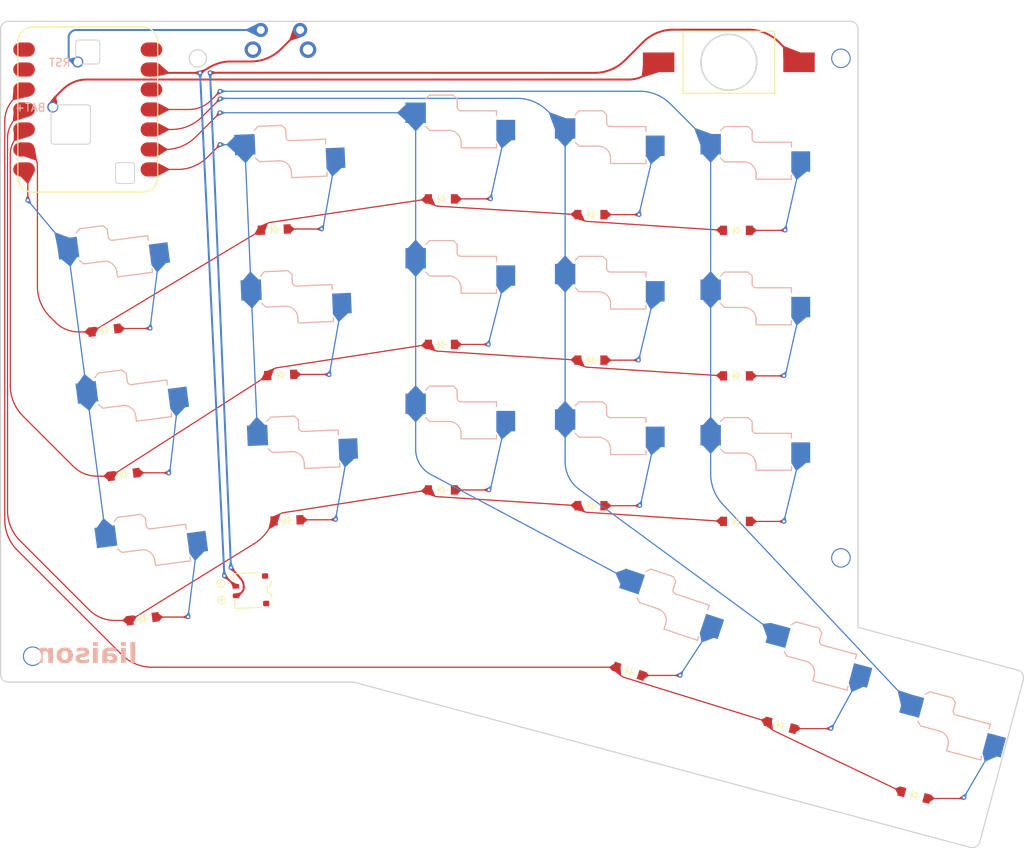
<source format=kicad_pcb>
(kicad_pcb (version 20240108) (generator "pcbnew") (generator_version "8.0")
  (title_block (title "Left") (rev "v1.0.0") (company "Unknown"))
  (layers (0 "F.Cu" signal) (31 "B.Cu" signal) (34 "B.Paste" user) (35 "F.Paste" user) (36 "B.SilkS" user "B.Silkscreen") (37 "F.SilkS" user "F.Silkscreen") (38 "B.Mask" user) (39 "F.Mask" user) (44 "Edge.Cuts" user))
  (net 0 "")
  (net 1 "D0")
  (net 2 "D1")
  (net 3 "R3")
  (net 4 "R2")
  (net 5 "R1")
  (net 6 "R0")
  (net 7 "C0")
  (net 8 "C4")
  (net 9 "C3")
  (net 10 "C2")
  (net 11 "C1")
  (net 12 "RAW3V3")
  (net 13 "RAW5V")
  (net 14 "GND")
  (net 15 "RST")
  (net 16 "BAT")
  (net 17 "pinky_bottom")
  (net 18 "pinky_home")
  (net 19 "pinky_top")
  (net 20 "ring_bottom")
  (net 21 "ring_home")
  (net 22 "ring_top")
  (net 23 "middle_bottom")
  (net 24 "middle_home")
  (net 25 "middle_top")
  (net 26 "index_bottom")
  (net 27 "index_home")
  (net 28 "index_top")
  (net 29 "inner_bottom")
  (net 30 "inner_home")
  (net 31 "inner_top")
  (net 32 "flexion_cluster")
  (net 33 "base_cluster")
  (net 34 "extension_cluster")
  (net 35 "BAT_CONN")
  (footprint "ComboDiode" (layer "F.Cu") (at 119.002453 92.447459 2.5)
    (property "Reference" "D4" (hide yes))
    (property "Value" "")
  )
  (footprint "ComboDiode" (layer "F.Cu") (at 176.134462 92.582685)
    (property "Reference" "D13" (hide yes))
    (property "Value" "")
  )
  (footprint "ComboDiode" (layer "F.Cu") (at 181.753363 118.50284 -15)
    (property "Reference" "D17" (hide yes))
    (property "Value" "")
  )
  (footprint "1:xiao_smd_xl_cutout_minimal" (layer "F.Cu") (at 93.670531 40.21654)
    (property "Reference" "MCU1" (hide yes))
    (property "Value" "" (hide yes))
    (fp_line (start -4.655408 0.101392) (end -4.655408 4.034592) (stroke (width 0.12)) (layer "Edge.Cuts"))
    (fp_line (start -4.274408 4.415592) (end -0.036608 4.415592) (stroke (width 0.12)) (layer "Edge.Cuts"))
    (fp_line (start -3.969608 -0.584408) (end -0.036608 -0.584408) (stroke (width 0.12)) (layer "Edge.Cuts"))
    (fp_line (start -1.530247 -6.470047) (end -1.530247 -8.451047) (stroke (width 0.12)) (layer "Edge.Cuts"))
    (fp_line (start -1.149247 -8.832047) (end 1.136553 -8.832047) (stroke (width 0.12)) (layer "Edge.Cuts"))
    (fp_line (start -0.844447 -5.784247) (end 1.136553 -5.784247) (stroke (width 0.12)) (layer "Edge.Cuts"))
    (fp_line (start 0.344392 -0.203408) (end 0.344392 4.034592) (stroke (width 0.12)) (layer "Edge.Cuts"))
    (fp_line (start 1.517553 -6.165247) (end 1.517553 -8.451047) (stroke (width 0.12)) (layer "Edge.Cuts"))
    (fp_line (start 3.530592 7.132409) (end 3.530592 9.037409) (stroke (width 0.12)) (layer "Edge.Cuts"))
    (fp_line (start 3.911592 6.751409) (end 5.562592 6.751409) (stroke (width 0.12)) (layer "Edge.Cuts"))
    (fp_line (start 3.911592 9.418409) (end 5.562592 9.418409) (stroke (width 0.12)) (layer "Edge.Cuts"))
    (fp_line (start 5.943592 7.132409) (end 5.943592 9.037409) (stroke (width 0.12)) (layer "Edge.Cuts"))
    (fp_arc (start -4.274408 4.415592) (mid -4.543816 4.304) (end -4.655408 4.034592) (stroke (width 0.12)) (layer "Edge.Cuts"))
    (fp_arc (start -3.969608 -0.584408) (mid -4.051799 0.019201) (end -4.655408 0.101392) (stroke (width 0.12)) (layer "Edge.Cuts"))
    (fp_arc (start -1.530247 -8.451047) (mid -1.418655 -8.720455) (end -1.149247 -8.832047) (stroke (width 0.12)) (layer "Edge.Cuts"))
    (fp_arc (start -1.530247 -6.470047) (mid -0.926638 -6.387856) (end -0.844447 -5.784247) (stroke (width 0.12)) (layer "Edge.Cuts"))
    (fp_arc (start -0.036608 -0.584408) (mid 0.2328 -0.472816) (end 0.344392 -0.203408) (stroke (width 0.12)) (layer "Edge.Cuts"))
    (fp_arc (start 0.344392 4.034592) (mid 0.2328 4.304) (end -0.036608 4.415592) (stroke (width 0.12)) (layer "Edge.Cuts"))
    (fp_arc (start 1.136553 -8.832047) (mid 1.405961 -8.720454) (end 1.517553 -8.451047) (stroke (width 0.12)) (layer "Edge.Cuts"))
    (fp_arc (start 1.517553 -6.165247) (mid 1.40596 -5.89584) (end 1.136553 -5.784247) (stroke (width 0.12)) (layer "Edge.Cuts"))
    (fp_arc (start 3.530592 7.132409) (mid 3.642181 6.862993) (end 3.911592 6.751409) (stroke (width 0.12)) (layer "Edge.Cuts"))
    (fp_arc (start 3.911592 9.418409) (mid 3.642186 9.306814) (end 3.530592 9.037409) (stroke (width 0.12)) (layer "Edge.Cuts"))
    (fp_arc (start 5.562592 6.751409) (mid 5.832002 6.862999) (end 5.943592 7.132409) (stroke (width 0.12)) (layer "Edge.Cuts"))
    (fp_arc (start 5.943592 9.037409) (mid 5.831996 9.306808) (end 5.562592 9.418409) (stroke (width 0.12)) (layer "Edge.Cuts"))
  )
  (footprint "ComboDiode" (layer "F.Cu") (at 95.823162 68.273765 7.5)
    (property "Reference" "D3" (hide yes))
    (property "Value" "")
  )
  (footprint "mounting_hole" (layer "F.Cu") (at 189.420531 33.71654)
    (property "Reference" "H1" (hide yes))
    (property "Value" "")
  )
  (footprint "ComboDiode" (layer "F.Cu") (at 157.634462 90.582685)
    (property "Reference" "D10" (hide yes))
    (property "Value" "")
  )
  (footprint "ComboDiode" (layer "F.Cu") (at 100.652631 104.957224 7.5)
    (property "Reference" "D1" (hide yes))
    (property "Value" "")
  )
  (footprint "ComboDiode" (layer "F.Cu") (at 98.237896 86.615494 7.5)
    (property "Reference" "D2" (hide yes))
    (property "Value" "")
  )
  (footprint "ComboDiode" (layer "F.Cu") (at 138.634462 51.582685)
    (property "Reference" "D9" (hide yes))
    (property "Value" "")
  )
  (footprint "ComboDiode" (layer "F.Cu") (at 117.388535 55.482674 2.5)
    (property "Reference" "D6" (hide yes))
    (property "Value" "")
  )
  (footprint "ComboDiode" (layer "F.Cu") (at 176.134462 55.582685)
    (property "Reference" "D15" (hide yes))
    (property "Value" "")
  )
  (footprint "mounting_hole" (layer "F.Cu") (at 86.670531 109.71654)
    (property "Reference" "H2" (hide yes))
    (property "Value" "")
  )
  (footprint "ComboDiode" (layer "F.Cu") (at 138.634462 88.582685)
    (property "Reference" "D7" (hide yes))
    (property "Value" "")
  )
  (footprint "ComboDiode" (layer "F.Cu") (at 138.634462 70.082685)
    (property "Reference" "D8" (hide yes))
    (property "Value" "")
  )
  (footprint "icon_bat" (layer "F.Cu") (at 110.640138 101.517851 92.5)
    (property "Reference" "ICON1" (hide yes))
    (property "Value" "")
  )
  (footprint "1208YD" (layer "F.Cu") (at 175.170531 34.21654)
    (property "Reference" "SW1" (hide yes))
    (property "Value" "")
    (fp_circle (center 0 0) (end 3.55 0) (stroke (width 0.2)) (fill none) (layer "Edge.Cuts"))
  )
  (footprint "ComboDiode" (layer "F.Cu") (at 157.634462 72.082685)
    (property "Reference" "D11" (hide yes))
    (property "Value" "")
  )
  (footprint "conn_molex_pico_ezmate_1x02" (layer "F.Cu") (at 114.386569 101.354278 92.5)
    (property "Reference" "CONN1" (hide yes))
    (property "Value" "")
  )
  (footprint "ComboDiode" (layer "F.Cu") (at 162.490785 111.64179 -18.5)
    (property "Reference" "D16" (hide yes))
    (property "Value" "")
  )
  (footprint "SKHLLCA010" (layer "F.Cu") (at 118.170531 31.35854)
    (property "Reference" "S19" (hide yes))
    (property "Value" "SKHLLCA010")
  )
  (footprint "mounting_hole" (layer "F.Cu") (at 189.420531 97.21654)
    (property "Reference" "H3" (hide yes))
    (property "Value" "")
  )
  (footprint "ComboDiode" (layer "F.Cu") (at 198.750659 127.378164 -15)
    (property "Reference" "D18" (hide yes))
    (property "Value" "")
  )
  (footprint "ComboDiode" (layer "F.Cu") (at 157.634462 53.582685)
    (property "Reference" "D12" (hide yes))
    (property "Value" "")
  )
  (footprint "ComboDiode" (layer "F.Cu") (at 176.134462 74.082685)
    (property "Reference" "D14" (hide yes))
    (property "Value" "")
  )
  (footprint "ComboDiode" (layer "F.Cu") (at 118.195494 73.965066 2.5)
    (property "Reference" "D5" (hide yes))
    (property "Value" "")
  )
  (footprint "ceoloide:switch_choc_v1_v2" (layer "B.Cu") (at 138.634462 83.582685)
    (property "Reference" "S7" (hide yes))
    (property "Value" "")
  )
  (footprint "ceoloide:switch_choc_v1_v2" (layer "B.Cu") (at 118.784356 87.452217 2.5)
    (property "Reference" "S4" (hide yes))
    (property "Value" "")
  )
  (footprint "ceoloide:switch_choc_v1_v2" (layer "B.Cu") (at 95.170531 63.31654 7.5)
    (property "Reference" "S3" (hide yes))
    (property "Value" "")
  )
  (footprint "ceoloide:switch_choc_v1_v2" (layer "B.Cu") (at 138.634462 65.082685)
    (property "Reference" "S8" (hide yes))
    (property "Value" "")
  )
  (footprint "ceoloide:switch_choc_v1_v2" (layer "B.Cu") (at 138.634462 46.582685)
    (property "Reference" "S9" (hide yes))
    (property "Value" "")
  )
  (footprint "ceoloide:switch_choc_v1_v2" (layer "B.Cu") (at 157.634462 85.582685)
    (property "Reference" "S10" (hide yes))
    (property "Value" "")
  )
  (footprint "ceoloide:switch_choc_v1_v2" (layer "B.Cu") (at 97.585265 81.65827 7.5)
    (property "Reference" "S2" (hide yes))
    (property "Value" "")
  )
  (footprint "ceoloide:switch_choc_v1_v2" (layer "B.Cu") (at 176.134462 50.582685)
    (property "Reference" "S15" (hide yes))
    (property "Value" "")
  )
  (footprint "ceoloide:switch_choc_v1_v2" (layer "B.Cu") (at 164.077308 106.900172 -18.5)
    (property "Reference" "S16" (hide yes))
    (property "Value" "")
  )
  (footprint "ceoloide:switch_choc_v1_v2" (layer "B.Cu") (at 157.634462 67.082685)
    (property "Reference" "S11" (hide yes))
    (property "Value" "")
  )
  (footprint "ceoloide:switch_choc_v1_v2" (layer "B.Cu") (at 200.044754 122.548534 -15)
    (property "Reference" "S18" (hide yes))
    (property "Value" "")
  )
  (footprint "ceoloide:switch_choc_v1_v2" (layer "B.Cu") (at 157.634462 48.582685)
    (property "Reference" "S12" (hide yes))
    (property "Value" "")
  )
  (footprint "ceoloide:switch_choc_v1_v2" (layer "B.Cu") (at 176.134462 69.082685)
    (property "Reference" "S14" (hide yes))
    (property "Value" "")
  )
  (footprint "ceoloide:switch_choc_v1_v2" (layer "B.Cu") (at 183.047458 113.673211 -15)
    (property "Reference" "S17" (hide yes))
    (property "Value" "")
  )
  (footprint "ceoloide:switch_choc_v1_v2" (layer "B.Cu") (at 176.134462 87.582685)
    (property "Reference" "S13" (hide yes))
    (property "Value" "")
  )
  (footprint "ceoloide:switch_choc_v1_v2" (layer "B.Cu") (at 117.170438 50.487433 2.5)
    (property "Reference" "S6" (hide yes))
    (property "Value" "")
  )
  (footprint "ceoloide:switch_choc_v1_v2" (layer "B.Cu") (at 100 100 7.5)
    (property "Reference" "S1" (hide yes))
    (property "Value" "")
  )
  (footprint "ceoloide:switch_choc_v1_v2" (layer "B.Cu") (at 117.977397 68.969825 2.5)
    (property "Reference" "S5" (hide yes))
    (property "Value" "")
  )
  (gr_line (start 127.44412 113.00854) (end 205.849729 134.01726) (stroke (width 0.15)) (layer "Edge.Cuts"))
  (gr_circle (center 107.670531 33.71654) (end 108.770531 33.71654) (stroke (width 0.15)) (fill none) (layer "Edge.Cuts"))
  (gr_arc (start 211.886601 111.487349) (mid 212.493807 111.953275) (end 212.593708 112.712094) (stroke (width 0.15)) (layer "Edge.Cuts"))
  (gr_line (start 190.593031 29.00854) (end 83.593031 29.00854) (stroke (width 0.15)) (layer "Edge.Cuts"))
  (gr_line (start 82.593031 30.00854) (end 82.593031 112.00854) (stroke (width 0.15)) (layer "Edge.Cuts"))
  (gr_line (start 207.074474 133.310153) (end 212.593708 112.712094) (stroke (width 0.15)) (layer "Edge.Cuts"))
  (gr_arc (start 83.593031 113.00854) (mid 82.885924 112.715647) (end 82.593031 112.00854) (stroke (width 0.15)) (layer "Edge.Cuts"))
  (gr_arc (start 207.074474 133.310153) (mid 206.608543 133.917365) (end 205.849729 134.01726) (stroke (width 0.15)) (layer "Edge.Cuts"))
  (gr_line (start 191.593031 106.049703) (end 211.886601 111.487349) (stroke (width 0.15)) (layer "Edge.Cuts"))
  (gr_arc (start 190.593031 29.00854) (mid 191.300104 29.301447) (end 191.593031 30.00854) (stroke (width 0.15)) (layer "Edge.Cuts"))
  (gr_line (start 191.593031 106.049703) (end 191.593031 30.00854) (stroke (width 0.15)) (layer "Edge.Cuts"))
  (gr_line (start 83.593031 113.00854) (end 127.44412 113.00854) (stroke (width 0.15)) (layer "Edge.Cuts"))
  (gr_arc (start 82.593031 30.00854) (mid 82.885912 29.301418) (end 83.593031 29.00854) (stroke (width 0.15)) (layer "Edge.Cuts"))
  (gr_text "liaison" (at 100 111 0) (layer "B.SilkS") (effects (font (size 2.5 2.5) (thickness 0.3) (bold yes)) (justify left bottom mirror)))
  (segment (start 160.926051 111.118237) (end 101.8472 111.118237) (width 0.15) (layer "F.Cu") (net 3))
  (segment (start 85.761995 37.67654) (end 86.050531 37.67654) (width 0.15) (layer "F.Cu") (net 3))
  (segment (start 84.718792 96.243792) (end 97.999444 109.524444) (width 0.15) (layer "F.Cu") (net 3))
  (segment (start 181.037022 119.268878) (end 197.156881 126.951113) (width 0.15) (layer "F.Cu") (net 3))
  (segment (start 161.838005 112.408057) (end 180.159585 118.075789) (width 0.15) (layer "F.Cu") (net 3))
  (segment (start 85.269434 37.880565) (end 84.29923 38.85077) (width 0.15) (layer "F.Cu") (net 3))
  (segment (start 83.125 92.396036) (end 83.125 41.685611) (width 0.15) (layer "F.Cu") (net 3))
  (segment (start 180.361663 118.559558) (end 180.159585 118.075789) (width 0.15) (layer "F.Cu") (net 3))
  (segment (start 161.10233 111.676623) (end 160.926051 111.118237) (width 0.15) (layer "F.Cu") (net 3))
  (arc (start 180.361663 118.559558) (mid 180.633854 118.976571) (end 181.037022 119.268878) (width 0.15) (layer "F.Cu") (net 3))
  (arc (start 97.999444 109.524444) (mid 99.764809 110.704023) (end 101.8472 111.118237) (width 0.15) (layer "F.Cu") (net 3))
  (arc (start 85.761995 37.67654) (mid 85.495423 37.729564) (end 85.269434 37.880565) (width 0.15) (layer "F.Cu") (net 3))
  (arc (start 161.10233 111.676623) (mid 161.380186 112.132843) (end 161.838005 112.408057) (width 0.15) (layer "F.Cu") (net 3))
  (arc (start 83.125 92.396036) (mid 83.539213 94.478426) (end 84.718792 96.243792) (width 0.15) (layer "F.Cu") (net 3))
  (arc (start 84.29923 38.85077) (mid 83.430172 40.151406) (end 83.125 41.685611) (width 0.15) (layer "F.Cu") (net 3))
  (segment (start 114.806628 95.428) (end 99.016747 105.172592) (width 0.15) (layer "F.Cu") (net 4))
  (segment (start 155.47082 90.549776) (end 138.08703 89.436001) (width 0.15) (layer "F.Cu") (net 4))
  (segment (start 83.475 91.196036) (end 83.475 43.901261) (width 0.15) (layer "F.Cu") (net 4))
  (segment (start 85.068792 95.043792) (end 93.847316 103.822316) (width 0.15) (layer "F.Cu") (net 4))
  (segment (start 118.577733 91.468142) (end 136.48328 88.66125) (width 0.15) (layer "F.Cu") (net 4))
  (segment (start 157.136302 91.424575) (end 174.484462 92.582685) (width 0.15) (layer "F.Cu") (net 4))
  (segment (start 84.554229 41.295769) (end 85.486003 40.363996) (width 0.15) (layer "F.Cu") (net 4))
  (segment (start 85.841995 40.21654) (end 86.050531 40.21654) (width 0.15) (layer "F.Cu") (net 4))
  (segment (start 117.354023 92.519431) (end 116.641037 93.627677) (width 0.15) (layer "F.Cu") (net 4))
  (segment (start 117.6792 92.038727) (end 117.354023 92.519431) (width 0.15) (layer "F.Cu") (net 4))
  (segment (start 97.107169 105.172592) (end 99.016747 105.172592) (width 0.15) (layer "F.Cu") (net 4))
  (arc (start 156.303606 90.986488) (mid 156.673535 91.293763) (end 157.136302 91.424575) (width 0.15) (layer "F.Cu") (net 4))
  (arc (start 116.641037 93.627677) (mid 115.82466 94.630575) (end 114.806628 95.428) (width 0.15) (layer "F.Cu") (net 4))
  (arc (start 83.475 91.196036) (mid 83.889213 93.278426) (end 85.068792 95.043792) (width 0.15) (layer "F.Cu") (net 4))
  (arc (start 85.841995 40.21654) (mid 85.649333 40.254862) (end 85.486003 40.363996) (width 0.15) (layer "F.Cu") (net 4))
  (arc (start 155.47082 90.549776) (mid 155.933639 90.6796) (end 156.303606 90.986488) (width 0.15) (layer "F.Cu") (net 4))
  (arc (start 93.847316 103.822316) (mid 95.342949 104.821666) (end 97.107169 105.172592) (width 0.15) (layer "F.Cu") (net 4))
  (arc (start 84.554229 41.295769) (mid 83.755482 42.491179) (end 83.475 43.901261) (width 0.15) (layer "F.Cu") (net 4))
  (arc (start 118.577733 91.468142) (mid 118.069107 91.659958) (end 117.6792 92.038727) (width 0.15) (layer "F.Cu") (net 4))
  (arc (start 137.282614 88.993125) (mid 137.635387 89.304354) (end 138.08703 89.436001) (width 0.15) (layer "F.Cu") (net 4))
  (arc (start 137.282614 88.993125) (mid 136.929678 88.714632) (end 136.48328 88.66125) (width 0.15) (layer "F.Cu") (net 4))
  (segment (start 117.708291 73.052853) (end 136.984462 70.082685) (width 0.15) (layer "F.Cu") (net 5))
  (segment (start 155.449524 72.048381) (end 138.13219 70.937899) (width 0.15) (layer "F.Cu") (net 5))
  (segment (start 116.857375 73.586595) (end 116.547064 74.037038) (width 0.15) (layer "F.Cu") (net 5))
  (segment (start 94.841437 86.830862) (end 96.602012 86.830862) (width 0.15) (layer "F.Cu") (net 5))
  (segment (start 85.533377 42.891622) (end 84.74673 43.67827) (width 0.15) (layer "F.Cu") (net 5))
  (segment (start 83.825 45.903523) (end 83.825 75.321036) (width 0.15) (layer "F.Cu") (net 5))
  (segment (start 96.602012 86.830862) (end 116.547064 74.037038) (width 0.15) (layer "F.Cu") (net 5))
  (segment (start 91.835947 85.585947) (end 85.418792 79.168792) (width 0.15) (layer "F.Cu") (net 5))
  (segment (start 137.299821 70.493715) (end 136.984462 70.082685) (width 0.15) (layer "F.Cu") (net 5))
  (segment (start 85.859495 42.75654) (end 86.050531 42.75654) (width 0.15) (layer "F.Cu") (net 5))
  (segment (start 157.159692 72.976704) (end 174.484462 74.082685) (width 0.15) (layer "F.Cu") (net 5))
  (arc (start 84.74673 43.67827) (mid 84.064549 44.699224) (end 83.825 45.903523) (width 0.15) (layer "F.Cu") (net 5))
  (arc (start 91.835947 85.585947) (mid 93.214877 86.507319) (end 94.841437 86.830862) (width 0.15) (layer "F.Cu") (net 5))
  (arc (start 83.825 75.321036) (mid 84.239213 77.403426) (end 85.418792 79.168792) (width 0.15) (layer "F.Cu") (net 5))
  (arc (start 117.708291 73.052853) (mid 117.227715 73.231853) (end 116.857375 73.586595) (width 0.15) (layer "F.Cu") (net 5))
  (arc (start 156.304603 72.51262) (mid 156.68105 72.83881) (end 157.159692 72.976704) (width 0.15) (layer "F.Cu") (net 5))
  (arc (start 85.859495 42.75654) (mid 85.683001 42.791646) (end 85.533377 42.891622) (width 0.15) (layer "F.Cu") (net 5))
  (arc (start 155.449524 72.048381) (mid 155.92816 72.186385) (end 156.304603 72.51262) (width 0.15) (layer "F.Cu") (net 5))
  (arc (start 137.299821 70.493715) (mid 137.667953 70.805854) (end 138.13219 70.937899) (width 0.15) (layer "F.Cu") (net 5))
  (segment (start 157.12607 54.440308) (end 174.484462 55.582685) (width 0.15) (layer "F.Cu") (net 6))
  (segment (start 155.468244 53.551679) (end 138.273211 52.518885) (width 0.15) (layer "F.Cu") (net 6))
  (segment (start 92.488205 68.489133) (end 94.187278 68.489133) (width 0.15) (layer "F.Cu") (net 6))
  (segment (start 89.587707 67.287707) (end 88.868792 66.568792) (width 0.15) (layer "F.Cu") (net 6))
  (segment (start 87.275 62.721036) (end 87.275 47.386839) (width 0.15) (layer "F.Cu") (net 6))
  (segment (start 116.900437 54.563809) (end 136.415447 51.667145) (width 0.15) (layer "F.Cu") (net 6))
  (segment (start 86.662765 45.908774) (end 86.050531 45.29654) (width 0.15) (layer "F.Cu") (net 6))
  (segment (start 115.268792 55.837494) (end 94.187278 68.489133) (width 0.15) (layer "F.Cu") (net 6))
  (arc (start 86.662765 45.908774) (mid 87.115885 46.586916) (end 87.275 47.386839) (width 0.15) (layer "F.Cu") (net 6))
  (arc (start 116.900437 54.563809) (mid 116.418169 54.742232) (end 116.048414 55.09958) (width 0.15) (layer "F.Cu") (net 6))
  (arc (start 87.275 62.721036) (mid 87.689213 64.803426) (end 88.868792 66.568792) (width 0.15) (layer "F.Cu") (net 6))
  (arc (start 89.587707 67.287707) (mid 90.918466 68.176892) (end 92.488205 68.489133) (width 0.15) (layer "F.Cu") (net 6))
  (arc (start 116.048414 55.09958) (mid 115.698868 55.511078) (end 115.268792 55.837494) (width 0.15) (layer "F.Cu") (net 6))
  (arc (start 156.29725 53.994516) (mid 156.663246 54.307423) (end 157.12607 54.440308) (width 0.15) (layer "F.Cu") (net 6))
  (arc (start 137.34173 52.03354) (mid 137.755702 52.375567) (end 138.273211 52.518885) (width 0.15) (layer "F.Cu") (net 6))
  (arc (start 155.468244 53.551679) (mid 155.931171 53.682445) (end 156.29725 53.994516) (width 0.15) (layer "F.Cu") (net 6))
  (arc (start 137.34173 52.03354) (mid 136.927718 51.726138) (end 136.415447 51.667145) (width 0.15) (layer "F.Cu") (net 6))
  (segment (start 86.050531 51.760531) (end 86.050531 47.83654) (width 0.15) (layer "F.Cu") (net 7))
  (via (at 86.050531 51.760531) (size 0.6) (drill 0.3) (layers "F.Cu" "B.Cu") (net 7))
  (segment (start 93.561652 76.186646) (end 91.146918 57.844916) (width 0.15) (layer "B.Cu") (net 7))
  (segment (start 93.561652 76.186646) (end 95.976387 94.528376) (width 0.15) (layer "B.Cu") (net 7))
  (segment (start 86.050531 51.760531) (end 91.146918 57.844916) (width 0.15) (layer "B.Cu") (net 7))
  (segment (start 106.545418 40.21654) (end 101.290531 40.21654) (width 0.15) (layer "F.Cu") (net 8))
  (segment (start 110.5 37.9) (end 109.34173 39.05827) (width 0.15) (layer "F.Cu") (net 8))
  (via (at 110.5 37.9) (size 0.6) (drill 0.3) (layers "F.Cu" "B.Cu") (net 8))
  (arc (start 109.34173 39.05827) (mid 108.058771 39.915515) (end 106.545418 40.21654) (width 0.15) (layer "F.Cu") (net 8))
  (segment (start 167.720569 39.493792) (end 172.859462 44.632685) (width 0.15) (layer "B.Cu") (net 8))
  (segment (start 172.859462 63.132685) (end 172.859462 81.632685) (width 0.15) (layer "B.Cu") (net 8))
  (segment (start 174.408272 90.421152) (end 198.42132 115.953643) (width 0.15) (layer "B.Cu") (net 8))
  (segment (start 172.859462 63.132685) (end 172.859462 44.632685) (width 0.15) (layer "B.Cu") (net 8))
  (segment (start 172.859462 81.632685) (end 172.859462 86.513631) (width 0.15) (layer "B.Cu") (net 8))
  (segment (start 110.5 37.9) (end 163.872813 37.9) (width 0.15) (layer "B.Cu") (net 8))
  (arc (start 167.720569 39.493792) (mid 165.955203 38.314213) (end 163.872813 37.9) (width 0.15) (layer "B.Cu") (net 8))
  (arc (start 172.859462 86.513631) (mid 173.260783 88.615269) (end 174.408272 90.421152) (width 0.15) (layer "B.Cu") (net 8))
  (segment (start 108.187252 41.162747) (end 110.5 38.85) (width 0.15) (layer "F.Cu") (net 9))
  (segment (start 104.339496 42.75654) (end 101.290531 42.75654) (width 0.15) (layer "F.Cu") (net 9))
  (via (at 110.5 38.85) (size 0.6) (drill 0.3) (layers "F.Cu" "B.Cu") (net 9))
  (arc (start 108.187252 41.162747) (mid 106.421886 42.342326) (end 104.339496 42.75654) (width 0.15) (layer "F.Cu") (net 9))
  (segment (start 110.579064 38.803685) (end 148.276498 38.803685) (width 0.15) (layer "B.Cu") (net 9))
  (segment (start 154.359462 79.632685) (end 154.359462 84.982663) (width 0.15) (layer "B.Cu") (net 9))
  (segment (start 156.146129 88.511791) (end 181.424024 107.07832) (width 0.15) (layer "B.Cu") (net 9))
  (segment (start 152.124254 40.397477) (end 154.359462 42.632685) (width 0.15) (layer "B.Cu") (net 9))
  (segment (start 154.359462 79.632685) (end 154.359462 61.132685) (width 0.15) (layer "B.Cu") (net 9))
  (segment (start 110.523157 38.826842) (end 110.5 38.85) (width 0.15) (layer "B.Cu") (net 9))
  (segment (start 154.359462 42.632685) (end 154.359462 61.132685) (width 0.15) (layer "B.Cu") (net 9))
  (arc (start 110.579064 38.803685) (mid 110.548807 38.809703) (end 110.523157 38.826842) (width 0.15) (layer "B.Cu") (net 9))
  (arc (start 152.124254 40.397477) (mid 150.358888 39.217898) (end 148.276498 38.803685) (width 0.15) (layer "B.Cu") (net 9))
  (arc (start 154.359462 84.982663) (mid 154.83158 86.960473) (end 156.146129 88.511791) (width 0.15) (layer "B.Cu") (net 9))
  (segment (start 110.475 40.625) (end 107.397252 43.702747) (width 0.15) (layer "F.Cu") (net 10))
  (segment (start 103.549496 45.29654) (end 101.290531 45.29654) (width 0.15) (layer "F.Cu") (net 10))
  (via (at 110.475 40.625) (size 0.6) (drill 0.3) (layers "F.Cu" "B.Cu") (net 10))
  (arc (start 107.397252 43.702747) (mid 105.631886 44.882326) (end 103.549496 45.29654) (width 0.15) (layer "F.Cu") (net 10))
  (segment (start 135.359462 77.632685) (end 135.359462 83.415181) (width 0.15) (layer "B.Cu") (net 10))
  (segment (start 135.359462 77.632685) (end 135.359462 59.132685) (width 0.15) (layer "B.Cu") (net 10))
  (segment (start 110.475 40.625) (end 110.478842 40.628842) (width 0.15) (layer "B.Cu") (net 10))
  (segment (start 137.280468 86.612827) (end 162.859511 100.218474) (width 0.15) (layer "B.Cu") (net 10))
  (segment (start 135.359462 40.632685) (end 135.359462 59.132685) (width 0.15) (layer "B.Cu") (net 10))
  (segment (start 110.488119 40.632685) (end 135.359462 40.632685) (width 0.15) (layer "B.Cu") (net 10))
  (arc (start 135.359462 83.415181) (mid 135.876638 85.280335) (end 137.280468 86.612827) (width 0.15) (layer "B.Cu") (net 10))
  (arc (start 110.478842 40.628842) (mid 110.483098 40.631686) (end 110.488119 40.632685) (width 0.15) (layer "B.Cu") (net 10))
  (segment (start 105.102913 47.83654) (end 101.290531 47.83654) (width 0.15) (layer "F.Cu") (net 11))
  (segment (start 110.5 44.675) (end 108.91923 46.25577) (width 0.15) (layer "F.Cu") (net 11))
  (via (at 110.5 44.675) (size 0.6) (drill 0.3) (layers "F.Cu" "B.Cu") (net 11))
  (arc (start 108.91923 46.25577) (mid 107.168289 47.425711) (end 105.102913 47.83654) (width 0.15) (layer "F.Cu") (net 11))
  (segment (start 114.445979 63.168342) (end 113.63902 44.68595) (width 0.15) (layer "B.Cu") (net 11))
  (segment (start 110.518692 44.68595) (end 113.63902 44.68595) (width 0.15) (layer "B.Cu") (net 11))
  (segment (start 110.5 44.675) (end 110.505475 44.680475) (width 0.15) (layer "B.Cu") (net 11))
  (segment (start 114.445979 63.168342) (end 115.252938 81.650734) (width 0.15) (layer "B.Cu") (net 11))
  (arc (start 110.505475 44.680475) (mid 110.511539 44.684527) (end 110.518692 44.68595) (width 0.15) (layer "B.Cu") (net 11))
  (segment (start 109.181422 34.837267) (end 107.95 35.56) (width 0.25) (layer "F.Cu") (net 14))
  (segment (start 114.410571 34.114535) (end 111.84069 34.114535) (width 0.25) (layer "F.Cu") (net 14))
  (segment (start 101.502261 35.34827) (end 101.290531 35.13654) (width 0.25) (layer "F.Cu") (net 14))
  (segment (start 118.258328 32.520742) (end 120.670531 30.10854) (width 0.25) (layer "F.Cu") (net 14))
  (segment (start 102.013422 35.56) (end 107.95 35.56) (width 0.25) (layer "F.Cu") (net 14))
  (segment (start 111.036924 99.493214) (end 112.487182 100.836635) (width 0.25) (layer "F.Cu") (net 14))
  (via (at 111.036924 99.493214) (size 0.6) (drill 0.3) (layers "F.Cu" "B.Cu") (net 14))
  (via (at 107.95 35.56) (size 0.6) (drill 0.3) (layers "F.Cu" "B.Cu") (net 14))
  (arc (start 111.84069 34.114535) (mid 110.462825 34.298436) (end 109.181422 34.837267) (width 0.25) (layer "F.Cu") (net 14))
  (arc (start 101.502261 35.34827) (mid 101.736783 35.504973) (end 102.013422 35.56) (width 0.25) (layer "F.Cu") (net 14))
  (arc (start 118.258328 32.520742) (mid 116.492962 33.700321) (end 114.410571 34.114535) (width 0.25) (layer "F.Cu") (net 14))
  (segment (start 107.95 35.56) (end 111.036924 99.493214) (width 0.25) (layer "B.Cu") (net 14))
  (segment (start 91.88644 34.18454) (end 92.400531 34.18454) (width 0.25) (layer "B.Cu") (net 15))
  (segment (start 92.209267 30.10854) (end 115.670531 30.10854) (width 0.25) (layer "B.Cu") (net 15))
  (segment (start 91.248875 31.068932) (end 91.248875 33.546974) (width 0.25) (layer "B.Cu") (net 15))
  (arc (start 91.248875 33.546974) (mid 91.297406 33.79096) (end 91.435613 33.997801) (width 0.25) (layer "B.Cu") (net 15))
  (arc (start 92.209267 30.10854) (mid 91.841741 30.181645) (end 91.530167 30.389832) (width 0.25) (layer "B.Cu") (net 15))
  (arc (start 91.435613 33.997801) (mid 91.642454 34.136008) (end 91.88644 34.18454) (width 0.25) (layer "B.Cu") (net 15))
  (arc (start 91.530167 30.389832) (mid 91.32198 30.701405) (end 91.248875 31.068932) (width 0.25) (layer "B.Cu") (net 15))
  (segment (start 165.151135 35.310936) (end 166.245531 34.21654) (width 0.25) (layer "F.Cu") (net 16))
  (segment (start 90.493589 37.67339) (end 89.564266 38.602714) (width 0.25) (layer "F.Cu") (net 16))
  (segment (start 93.554955 36.405332) (end 162.509029 36.405332) (width 0.25) (layer "F.Cu") (net 16))
  (segment (start 89.225531 39.420495) (end 89.225531 39.89954) (width 0.25) (layer "F.Cu") (net 16))
  (arc (start 93.554955 36.405332) (mid 91.898155 36.734889) (end 90.493589 37.67339) (width 0.25) (layer "F.Cu") (net 16))
  (arc (start 89.564266 38.602714) (mid 89.313565 38.977915) (end 89.225531 39.420495) (width 0.25) (layer "F.Cu") (net 16))
  (arc (start 165.151135 35.310936) (mid 163.938926 36.120907) (end 162.509029 36.405332) (width 0.25) (layer "F.Cu") (net 16))
  (segment (start 106.353547 104.741856) (end 102.288515 104.741856) (width 0.15) (layer "F.Cu") (net 17))
  (segment (start 106.425 104.7) (end 106.404072 104.720928) (width 0.15) (layer "F.Cu") (net 17))
  (via (at 106.425 104.7) (size 0.6) (drill 0.3) (layers "F.Cu" "B.Cu") (net 17))
  (arc (start 106.404072 104.720928) (mid 106.380891 104.736416) (end 106.353547 104.741856) (width 0.15) (layer "F.Cu") (net 17))
  (segment (start 106.425 104.7) (end 107.615589 95.21503) (width 0.15) (layer "B.Cu") (net 17))
  (segment (start 103.932537 86.400126) (end 99.87378 86.400126) (width 0.15) (layer "F.Cu") (net 18))
  (segment (start 103.975 86.425) (end 103.962563 86.412563) (width 0.15) (layer "F.Cu") (net 18))
  (via (at 103.975 86.425) (size 0.6) (drill 0.3) (layers "F.Cu" "B.Cu") (net 18))
  (arc (start 103.962563 86.412563) (mid 103.948787 86.403358) (end 103.932537 86.400126) (width 0.15) (layer "F.Cu") (net 18))
  (segment (start 103.975 86.425) (end 104.0375 86.3625) (width 0.15) (layer "B.Cu") (net 18))
  (segment (start 104.110252 86.212208) (end 105.200854 76.8733) (width 0.15) (layer "B.Cu") (net 18))
  (arc (start 104.110252 86.212208) (mid 104.086565 86.293496) (end 104.0375 86.3625) (width 0.15) (layer "B.Cu") (net 18))
  (segment (start 101.542987 68.058397) (end 97.459046 68.058397) (width 0.15) (layer "F.Cu") (net 19))
  (segment (start 101.583301 68.041698) (end 101.6 68.025) (width 0.15) (layer "F.Cu") (net 19))
  (via (at 101.6 68.025) (size 0.6) (drill 0.3) (layers "F.Cu" "B.Cu") (net 19))
  (arc (start 101.583301 68.041698) (mid 101.564805 68.054057) (end 101.542987 68.058397) (width 0.15) (layer "F.Cu") (net 19))
  (segment (start 101.6 68.025) (end 102.78612 58.53157) (width 0.15) (layer "B.Cu") (net 19))
  (segment (start 125.175 92.325) (end 125.149756 92.350243) (width 0.15) (layer "F.Cu") (net 20))
  (segment (start 125.088813 92.375487) (end 120.650883 92.375487) (width 0.15) (layer "F.Cu") (net 20))
  (via (at 125.175 92.325) (size 0.6) (drill 0.3) (layers "F.Cu" "B.Cu") (net 20))
  (arc (start 125.149756 92.350243) (mid 125.121795 92.368926) (end 125.088813 92.375487) (width 0.15) (layer "F.Cu") (net 20))
  (segment (start 125.175 92.325) (end 126.788003 83.349198) (width 0.15) (layer "B.Cu") (net 20))
  (segment (start 124.334047 73.909047) (end 124.35 73.925) (width 0.15) (layer "F.Cu") (net 21))
  (segment (start 124.295533 73.893094) (end 119.843924 73.893094) (width 0.15) (layer "F.Cu") (net 21))
  (via (at 124.35 73.925) (size 0.6) (drill 0.3) (layers "F.Cu" "B.Cu") (net 21))
  (arc (start 124.334047 73.909047) (mid 124.316376 73.89724) (end 124.295533 73.893094) (width 0.15) (layer "F.Cu") (net 21))
  (segment (start 124.35 73.925) (end 124.375 73.9) (width 0.15) (layer "B.Cu") (net 21))
  (segment (start 124.406111 73.840176) (end 125.981044 64.866806) (width 0.15) (layer "B.Cu") (net 21))
  (arc (start 124.406111 73.840176) (mid 124.395165 73.872485) (end 124.375 73.9) (width 0.15) (layer "B.Cu") (net 21))
  (segment (start 123.38173 55.410702) (end 119.036965 55.410702) (width 0.15) (layer "F.Cu") (net 22))
  (segment (start 123.394649 55.405351) (end 123.4 55.4) (width 0.15) (layer "F.Cu") (net 22))
  (via (at 123.4 55.4) (size 0.6) (drill 0.3) (layers "F.Cu" "B.Cu") (net 22))
  (arc (start 123.394649 55.405351) (mid 123.388721 55.409311) (end 123.38173 55.410702) (width 0.15) (layer "F.Cu") (net 22))
  (segment (start 123.5 55.3) (end 123.4 55.4) (width 0.15) (layer "B.Cu") (net 22))
  (segment (start 123.624858 55.06078) (end 125.174085 46.384414) (width 0.15) (layer "B.Cu") (net 22))
  (arc (start 123.624858 55.06078) (mid 123.580772 55.189964) (end 123.5 55.3) (width 0.15) (layer "B.Cu") (net 22))
  (segment (start 144.66188 88.582685) (end 140.284462 88.582685) (width 0.15) (layer "F.Cu") (net 23))
  (segment (start 144.675 88.575) (end 144.671157 88.578842) (width 0.15) (layer "F.Cu") (net 23))
  (via (at 144.675 88.575) (size 0.6) (drill 0.3) (layers "F.Cu" "B.Cu") (net 23))
  (arc (start 144.671157 88.578842) (mid 144.6669 88.581686) (end 144.66188 88.582685) (width 0.15) (layer "F.Cu") (net 23))
  (segment (start 144.934803 88.194754) (end 146.809462 79.832685) (width 0.15) (layer "B.Cu") (net 23))
  (segment (start 144.675 88.575) (end 144.7875 88.4625) (width 0.15) (layer "B.Cu") (net 23))
  (arc (start 144.934803 88.194754) (mid 144.880183 88.339097) (end 144.7875 88.4625) (width 0.15) (layer "B.Cu") (net 23))
  (segment (start 144.597213 70.084423) (end 140.284462 70.082685) (width 0.15) (layer "F.Cu") (net 24))
  (via (at 144.597213 70.084423) (size 0.6) (drill 0.3) (layers "F.Cu" "B.Cu") (net 24))
  (segment (start 144.597213 70.084423) (end 146.809462 61.332685) (width 0.15) (layer "B.Cu") (net 24))
  (segment (start 144.86188 51.582685) (end 140.284462 51.582685) (width 0.15) (layer "F.Cu") (net 25))
  (segment (start 144.871157 51.578842) (end 144.875 51.575) (width 0.15) (layer "F.Cu") (net 25))
  (via (at 144.875 51.575) (size 0.6) (drill 0.3) (layers "F.Cu" "B.Cu") (net 25))
  (arc (start 144.871157 51.578842) (mid 144.8669 51.581686) (end 144.86188 51.582685) (width 0.15) (layer "F.Cu") (net 25))
  (segment (start 144.875 51.575) (end 146.809462 42.832685) (width 0.15) (layer "B.Cu") (net 25))
  (segment (start 163.85 90.55) (end 163.833657 90.566342) (width 0.15) (layer "F.Cu") (net 26))
  (segment (start 163.794203 90.582685) (end 159.284462 90.582685) (width 0.15) (layer "F.Cu") (net 26))
  (via (at 163.85 90.55) (size 0.6) (drill 0.3) (layers "F.Cu" "B.Cu") (net 26))
  (arc (start 163.833657 90.566342) (mid 163.815555 90.578437) (end 163.794203 90.582685) (width 0.15) (layer "F.Cu") (net 26))
  (segment (start 163.964914 90.38088) (end 165.809462 81.832685) (width 0.15) (layer "B.Cu") (net 26))
  (segment (start 163.9 90.5) (end 163.85 90.55) (width 0.15) (layer "B.Cu") (net 26))
  (arc (start 163.964914 90.38088) (mid 163.941046 90.44512) (end 163.9 90.5) (width 0.15) (layer "B.Cu") (net 26))
  (segment (start 163.675 72.075) (end 163.671157 72.078842) (width 0.15) (layer "F.Cu") (net 27))
  (segment (start 163.66188 72.082685) (end 159.284462 72.082685) (width 0.15) (layer "F.Cu") (net 27))
  (via (at 163.675 72.075) (size 0.6) (drill 0.3) (layers "F.Cu" "B.Cu") (net 27))
  (arc (start 163.671157 72.078842) (mid 163.6669 72.081686) (end 163.66188 72.082685) (width 0.15) (layer "F.Cu") (net 27))
  (segment (start 163.733244 71.990619) (end 165.809462 63.332685) (width 0.15) (layer "B.Cu") (net 27))
  (segment (start 163.675 72.075) (end 163.7 72.05) (width 0.15) (layer "B.Cu") (net 27))
  (arc (start 163.733244 71.990619) (mid 163.72073 72.022609) (end 163.7 72.05) (width 0.15) (layer "B.Cu") (net 27))
  (segment (start 163.75 53.575) (end 163.746157 53.578842) (width 0.15) (layer "F.Cu") (net 28))
  (segment (start 163.73688 53.582685) (end 159.284462 53.582685) (width 0.15) (layer "F.Cu") (net 28))
  (via (at 163.75 53.575) (size 0.6) (drill 0.3) (layers "F.Cu" "B.Cu") (net 28))
  (arc (start 163.746157 53.578842) (mid 163.7419 53.581686) (end 163.73688 53.582685) (width 0.15) (layer "F.Cu") (net 28))
  (segment (start 163.75 53.575) (end 165.809462 44.832685) (width 0.15) (layer "B.Cu") (net 28))
  (segment (start 182.16188 92.582685) (end 177.784462 92.582685) (width 0.15) (layer "F.Cu") (net 29))
  (segment (start 182.175 92.575) (end 182.171157 92.578842) (width 0.15) (layer "F.Cu") (net 29))
  (via (at 182.175 92.575) (size 0.6) (drill 0.3) (layers "F.Cu" "B.Cu") (net 29))
  (arc (start 182.171157 92.578842) (mid 182.1669 92.581686) (end 182.16188 92.582685) (width 0.15) (layer "F.Cu") (net 29))
  (segment (start 182.175 92.575) (end 184.309462 83.832685) (width 0.15) (layer "B.Cu") (net 29))
  (segment (start 182.119203 74.082685) (end 177.784462 74.082685) (width 0.15) (layer "F.Cu") (net 30))
  (segment (start 182.158657 74.066342) (end 182.175 74.05) (width 0.15) (layer "F.Cu") (net 30))
  (via (at 182.175 74.05) (size 0.6) (drill 0.3) (layers "F.Cu" "B.Cu") (net 30))
  (arc (start 182.158657 74.066342) (mid 182.140555 74.078437) (end 182.119203 74.082685) (width 0.15) (layer "F.Cu") (net 30))
  (segment (start 182.175 74.05) (end 182.2875 73.9375) (width 0.15) (layer "B.Cu") (net 30))
  (segment (start 182.434901 73.669776) (end 184.309462 65.332685) (width 0.15) (layer "B.Cu") (net 30))
  (arc (start 182.434901 73.669776) (mid 182.380209 73.814103) (end 182.2875 73.9375) (width 0.15) (layer "B.Cu") (net 30))
  (segment (start 182.308657 55.566342) (end 182.325 55.55) (width 0.15) (layer "F.Cu") (net 31))
  (segment (start 182.269203 55.582685) (end 177.784462 55.582685) (width 0.15) (layer "F.Cu") (net 31))
  (via (at 182.325 55.55) (size 0.6) (drill 0.3) (layers "F.Cu" "B.Cu") (net 31))
  (arc (start 182.308657 55.566342) (mid 182.290555 55.578437) (end 182.269203 55.582685) (width 0.15) (layer "F.Cu") (net 31))
  (segment (start 182.325 55.55) (end 184.309462 46.832685) (width 0.15) (layer "B.Cu") (net 31))
  (segment (start 168.948807 112.165343) (end 164.055519 112.165343) (width 0.15) (layer "F.Cu") (net 32))
  (segment (start 168.967328 112.157671) (end 168.975 112.15) (width 0.15) (layer "F.Cu") (net 32))
  (via (at 168.975 112.15) (size 0.6) (drill 0.3) (layers "F.Cu" "B.Cu") (net 32))
  (arc (start 168.967328 112.157671) (mid 168.95883 112.163349) (end 168.948807 112.165343) (width 0.15) (layer "F.Cu") (net 32))
  (segment (start 168.975 112.15) (end 173.019746 105.937924) (width 0.15) (layer "B.Cu") (net 32))
  (segment (start 188.098972 118.929891) (end 183.347141 118.929891) (width 0.15) (layer "F.Cu") (net 33))
  (segment (start 188.135054 118.914945) (end 188.15 118.9) (width 0.15) (layer "F.Cu") (net 33))
  (via (at 188.15 118.9) (size 0.6) (drill 0.3) (layers "F.Cu" "B.Cu") (net 33))
  (arc (start 188.135054 118.914945) (mid 188.118499 118.926006) (end 188.098972 118.929891) (width 0.15) (layer "F.Cu") (net 33))
  (segment (start 188.384411 118.616451) (end 191.914473 112.166835) (width 0.15) (layer "B.Cu") (net 33))
  (segment (start 188.2375 118.8125) (end 188.15 118.9) (width 0.15) (layer "B.Cu") (net 33))
  (arc (start 188.384411 118.616451) (mid 188.317942 118.719711) (end 188.2375 118.8125) (width 0.15) (layer "B.Cu") (net 33))
  (segment (start 204.984892 127.740107) (end 205.05 127.675) (width 0.15) (layer "F.Cu") (net 34))
  (segment (start 204.827709 127.805215) (end 200.344437 127.805215) (width 0.15) (layer "F.Cu") (net 34))
  (via (at 205.05 127.675) (size 0.6) (drill 0.3) (layers "F.Cu" "B.Cu") (net 34))
  (arc (start 204.984892 127.740107) (mid 204.912775 127.788293) (end 204.827709 127.805215) (width 0.15) (layer "F.Cu") (net 34))
  (segment (start 205.05 127.675) (end 208.911769 121.042158) (width 0.15) (layer "B.Cu") (net 34))
  (segment (start 113.093419 99.821972) (end 111.875898 98.452313) (width 0.25) (layer "F.Cu") (net 35))
  (segment (start 158.111622 35.559325) (end 109.22 35.544705) (width 0.25) (layer "F.Cu") (net 35))
  (segment (start 181.543917 31.664926) (end 184.095531 34.21654) (width 0.25) (layer "F.Cu") (net 35))
  (segment (start 113.027292 101.766402) (end 112.539525 102.035493) (width 0.25) (layer "F.Cu") (net 35))
  (segment (start 113.506818 100.887535) (end 113.507531 100.940293) (width 0.25) (layer "F.Cu") (net 35))
  (segment (start 177.696161 30.071134) (end 168.108348 30.071134) (width 0.25) (layer "F.Cu") (net 35))
  (segment (start 161.959264 33.966254) (end 164.260592 31.664926) (width 0.25) (layer "F.Cu") (net 35))
  (via (at 109.22 35.544705) (size 0.6) (drill 0.3) (layers "F.Cu" "B.Cu") (net 35))
  (via (at 111.875898 98.452313) (size 0.6) (drill 0.3) (layers "F.Cu" "B.Cu") (net 35))
  (arc (start 168.108348 30.071134) (mid 166.025957 30.485347) (end 164.260592 31.664926) (width 0.25) (layer "F.Cu") (net 35))
  (arc (start 158.111622 35.559325) (mid 160.193945 35.145611) (end 161.959264 33.966254) (width 0.25) (layer "F.Cu") (net 35))
  (arc (start 113.093419 99.821972) (mid 113.396126 100.317506) (end 113.506818 100.887535) (width 0.25) (layer "F.Cu") (net 35))
  (arc (start 113.507531 100.940293) (mid 113.381747 101.419814) (end 113.027292 101.766402) (width 0.25) (layer "F.Cu") (net 35))
  (arc (start 181.543917 31.664926) (mid 179.778551 30.485347) (end 177.696161 30.071134) (width 0.25) (layer "F.Cu") (net 35))
  (segment (start 111.875898 98.452313) (end 109.22 35.544705) (width 0.25) (layer "B.Cu") (net 35))
)
</source>
